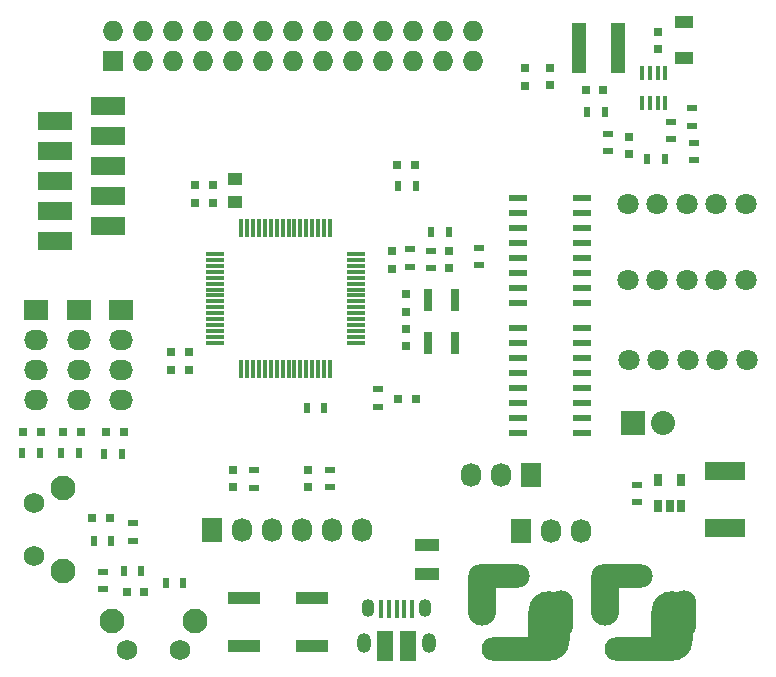
<source format=gts>
G04 #@! TF.FileFunction,Soldermask,Top*
%FSLAX46Y46*%
G04 Gerber Fmt 4.6, Leading zero omitted, Abs format (unit mm)*
G04 Created by KiCad (PCBNEW 4.0.2-stable) date 19.7.2016 11:18:11*
%MOMM*%
G01*
G04 APERTURE LIST*
%ADD10C,0.100000*%
%ADD11R,3.000000X1.500000*%
%ADD12R,0.800000X0.750000*%
%ADD13R,0.750000X0.800000*%
%ADD14R,0.797560X0.797560*%
%ADD15R,2.029460X1.140460*%
%ADD16R,1.180000X4.340000*%
%ADD17R,0.400000X1.650000*%
%ADD18O,1.100000X1.500000*%
%ADD19O,1.200000X1.700000*%
%ADD20R,1.425000X2.500000*%
%ADD21O,3.500000X5.900000*%
%ADD22O,2.400000X5.200000*%
%ADD23O,5.200000X2.000000*%
%ADD24O,6.500000X2.000000*%
%ADD25O,2.050000X4.000000*%
%ADD26R,1.727200X2.032000*%
%ADD27O,1.727200X2.032000*%
%ADD28R,1.727200X1.727200*%
%ADD29O,1.727200X1.727200*%
%ADD30R,2.032000X1.727200*%
%ADD31O,2.032000X1.727200*%
%ADD32R,2.032000X2.032000*%
%ADD33O,2.032000X2.032000*%
%ADD34C,1.800000*%
%ADD35R,0.900000X0.500000*%
%ADD36R,0.500000X0.900000*%
%ADD37R,3.500000X1.600000*%
%ADD38R,1.500000X0.300000*%
%ADD39R,0.300000X1.500000*%
%ADD40R,0.650000X1.060000*%
%ADD41R,0.300000X1.200000*%
%ADD42R,1.550000X0.600000*%
%ADD43R,0.800000X1.900000*%
%ADD44C,2.100000*%
%ADD45C,1.750000*%
%ADD46R,2.800000X1.000000*%
%ADD47R,1.600000X1.000000*%
%ADD48R,1.250000X1.000000*%
G04 APERTURE END LIST*
D10*
D11*
X9987000Y46572500D03*
X9987000Y44032500D03*
X9987000Y41492500D03*
X9987000Y38952500D03*
X5487000Y47842500D03*
X5487000Y45302500D03*
X5487000Y42762500D03*
X5487000Y40222500D03*
X9987000Y49112500D03*
X5487000Y37682500D03*
D12*
X34582000Y24347500D03*
X36082000Y24347500D03*
D13*
X15303500Y26809000D03*
X15303500Y28309000D03*
D12*
X17385600Y40932100D03*
X18885600Y40932100D03*
D13*
X16827500Y26809000D03*
X16827500Y28309000D03*
D12*
X17385600Y42456100D03*
X18885600Y42456100D03*
D13*
X38888000Y36908500D03*
X38888000Y35408500D03*
X34062000Y35345000D03*
X34062000Y36845000D03*
X35205000Y30304500D03*
X35205000Y28804500D03*
X35205000Y31725500D03*
X35205000Y33225500D03*
D12*
X13095000Y8028000D03*
X11595000Y8028000D03*
X8674000Y14251000D03*
X10174000Y14251000D03*
D13*
X56604500Y53937800D03*
X56604500Y55437800D03*
X54128000Y46560500D03*
X54128000Y45060500D03*
D12*
X9880500Y21553500D03*
X11380500Y21553500D03*
X51957000Y50509500D03*
X50457000Y50509500D03*
X6197500Y21553500D03*
X7697500Y21553500D03*
D13*
X45291340Y52366940D03*
X45291340Y50866940D03*
X47424940Y52397420D03*
X47424940Y50897420D03*
D12*
X2832000Y21553500D03*
X4332000Y21553500D03*
D14*
X26950000Y16867200D03*
X26950000Y18365800D03*
X20572060Y16869740D03*
X20572060Y18368340D03*
D15*
X36983000Y9554540D03*
X36983000Y11962460D03*
D16*
X53195820Y54045180D03*
X49885820Y54045180D03*
D17*
X33143000Y6543500D03*
X33793000Y6543500D03*
X34442100Y6543500D03*
X35093000Y6543500D03*
X35743000Y6543500D03*
D18*
X32018000Y6668500D03*
X36868000Y6668500D03*
D19*
X31718000Y3668500D03*
X37168000Y3668500D03*
D20*
X33480500Y3418500D03*
X35405500Y3418500D03*
D21*
X47382000Y5146500D03*
D22*
X41682000Y7786500D03*
D23*
X43082000Y9386500D03*
D24*
X44882000Y3186500D03*
D25*
X48332000Y6136500D03*
D21*
X57796000Y5146500D03*
D22*
X52096000Y7786500D03*
D23*
X53496000Y9386500D03*
D24*
X55296000Y3186500D03*
D25*
X58746000Y6136500D03*
D26*
X44961140Y13128320D03*
D27*
X47501140Y13128320D03*
X50041140Y13128320D03*
D26*
X18822000Y13235000D03*
D27*
X21362000Y13235000D03*
X23902000Y13235000D03*
X26442000Y13235000D03*
X28982000Y13235000D03*
X31522000Y13235000D03*
D28*
X10440000Y52922500D03*
D29*
X10440000Y55462500D03*
X12980000Y52922500D03*
X12980000Y55462500D03*
X15520000Y52922500D03*
X15520000Y55462500D03*
X18060000Y52922500D03*
X18060000Y55462500D03*
X20600000Y52922500D03*
X20600000Y55462500D03*
X23140000Y52922500D03*
X23140000Y55462500D03*
X25680000Y52922500D03*
X25680000Y55462500D03*
X28220000Y52922500D03*
X28220000Y55462500D03*
X30760000Y52922500D03*
X30760000Y55462500D03*
X33300000Y52922500D03*
X33300000Y55462500D03*
X35840000Y52922500D03*
X35840000Y55462500D03*
X38380000Y52922500D03*
X38380000Y55462500D03*
X40920000Y52922500D03*
X40920000Y55462500D03*
D26*
X45783500Y17907000D03*
D27*
X43243500Y17907000D03*
X40703500Y17907000D03*
D30*
X11138500Y31840500D03*
D31*
X11138500Y29300500D03*
X11138500Y26760500D03*
X11138500Y24220500D03*
D30*
X7519000Y31840500D03*
D31*
X7519000Y29300500D03*
X7519000Y26760500D03*
X7519000Y24220500D03*
D32*
X54483600Y22340900D03*
D33*
X57023600Y22340900D03*
D34*
X54102600Y27649500D03*
X56602600Y27649500D03*
X59102600Y27649500D03*
X61602600Y27649500D03*
X64102600Y27649500D03*
X54001000Y34380500D03*
X56501000Y34380500D03*
X59001000Y34380500D03*
X61501000Y34380500D03*
X64001000Y34380500D03*
X54001000Y40857500D03*
X56501000Y40857500D03*
X59001000Y40857500D03*
X61501000Y40857500D03*
X64001000Y40857500D03*
D30*
X3899500Y31840500D03*
D31*
X3899500Y29300500D03*
X3899500Y26760500D03*
X3899500Y24220500D03*
D35*
X41428000Y35662500D03*
X41428000Y37162500D03*
X32829500Y25197500D03*
X32829500Y23697500D03*
D36*
X38876000Y38444500D03*
X37376000Y38444500D03*
D35*
X37364000Y35408500D03*
X37364000Y36908500D03*
D36*
X28335000Y23585500D03*
X26835000Y23585500D03*
D35*
X35586000Y37035500D03*
X35586000Y35535500D03*
D36*
X14897000Y8790000D03*
X16397000Y8790000D03*
D35*
X28791500Y18366500D03*
X28791500Y16866500D03*
X22403400Y16846180D03*
X22403400Y18346180D03*
D36*
X11341000Y9806000D03*
X12841000Y9806000D03*
X10301000Y12346000D03*
X8801000Y12346000D03*
D35*
X9614500Y9730500D03*
X9614500Y8230500D03*
X12154500Y12358000D03*
X12154500Y13858000D03*
X52350000Y45314500D03*
X52350000Y46814500D03*
D36*
X57164000Y44667500D03*
X55664000Y44667500D03*
X11190000Y19712000D03*
X9690000Y19712000D03*
X50584000Y48604500D03*
X52084000Y48604500D03*
D35*
X57684000Y46330500D03*
X57684000Y47830500D03*
X59462000Y47473500D03*
X59462000Y48973500D03*
X59589000Y44552500D03*
X59589000Y46052500D03*
D36*
X7570500Y19775500D03*
X6070500Y19775500D03*
X4268500Y19775500D03*
X2768500Y19775500D03*
D35*
X54763000Y15596500D03*
X54763000Y17096500D03*
D37*
X62256000Y18276900D03*
X62256000Y13400100D03*
D38*
X30995000Y29106500D03*
X30995000Y29606500D03*
X30995000Y30106500D03*
X30995000Y30606500D03*
X30995000Y31106500D03*
X30995000Y31606500D03*
X30995000Y32106500D03*
X30995000Y32606500D03*
X30995000Y33106500D03*
X30995000Y33606500D03*
X30995000Y34106500D03*
X30995000Y34606500D03*
X30995000Y35106500D03*
X30995000Y35606500D03*
X30995000Y36106500D03*
X30995000Y36606500D03*
D39*
X28795000Y38806500D03*
X28295000Y38806500D03*
X27795000Y38806500D03*
X27295000Y38806500D03*
X26795000Y38806500D03*
X26295000Y38806500D03*
X25795000Y38806500D03*
X25295000Y38806500D03*
X24795000Y38806500D03*
X24295000Y38806500D03*
X23795000Y38806500D03*
X23295000Y38806500D03*
X22795000Y38806500D03*
X22295000Y38806500D03*
X21795000Y38806500D03*
X21295000Y38806500D03*
D38*
X19095000Y36606500D03*
X19095000Y36106500D03*
X19095000Y35606500D03*
X19095000Y35106500D03*
X19095000Y34606500D03*
X19095000Y34106500D03*
X19095000Y33606500D03*
X19095000Y33106500D03*
X19095000Y32606500D03*
X19095000Y32106500D03*
X19095000Y31606500D03*
X19095000Y31106500D03*
X19095000Y30606500D03*
X19095000Y30106500D03*
X19095000Y29606500D03*
X19095000Y29106500D03*
D39*
X21295000Y26906500D03*
X21795000Y26906500D03*
X22295000Y26906500D03*
X22795000Y26906500D03*
X23295000Y26906500D03*
X23795000Y26906500D03*
X24295000Y26906500D03*
X24795000Y26906500D03*
X25295000Y26906500D03*
X25795000Y26906500D03*
X26295000Y26906500D03*
X26795000Y26906500D03*
X27295000Y26906500D03*
X27795000Y26906500D03*
X28295000Y26906500D03*
X28795000Y26906500D03*
D40*
X56607000Y15246500D03*
X57557000Y15246500D03*
X58507000Y15246500D03*
X58507000Y17446500D03*
X56607000Y17446500D03*
D41*
X57198860Y51972540D03*
X56548860Y51972540D03*
X55898860Y51972540D03*
X55248860Y51972540D03*
X55248860Y49372540D03*
X55898860Y49372540D03*
X56548860Y49372540D03*
X57198860Y49372540D03*
D42*
X44730000Y30316500D03*
X44730000Y29046500D03*
X44730000Y27776500D03*
X44730000Y26506500D03*
X44730000Y25236500D03*
X44730000Y23966500D03*
X44730000Y22696500D03*
X44730000Y21426500D03*
X50130000Y21426500D03*
X50130000Y22696500D03*
X50130000Y23966500D03*
X50130000Y25236500D03*
X50130000Y26506500D03*
X50130000Y27776500D03*
X50130000Y29046500D03*
X50130000Y30316500D03*
X44730000Y41365500D03*
X44730000Y40095500D03*
X44730000Y38825500D03*
X44730000Y37555500D03*
X44730000Y36285500D03*
X44730000Y35015500D03*
X44730000Y33745500D03*
X44730000Y32475500D03*
X50130000Y32475500D03*
X50130000Y33745500D03*
X50130000Y35015500D03*
X50130000Y36285500D03*
X50130000Y37555500D03*
X50130000Y38825500D03*
X50130000Y40095500D03*
X50130000Y41365500D03*
D43*
X39396000Y29046500D03*
X39396000Y32746500D03*
X37096000Y32746500D03*
X37096000Y29046500D03*
D44*
X10331500Y5565000D03*
D45*
X11591500Y3075000D03*
X16091500Y3075000D03*
D44*
X17341500Y5565000D03*
X6199000Y16772500D03*
D45*
X3709000Y15512500D03*
X3709000Y11012500D03*
D44*
X6199000Y9762500D03*
D46*
X27289000Y3456500D03*
X21489000Y3456500D03*
X27289000Y7456500D03*
X21489000Y7456500D03*
D47*
X58737500Y53237000D03*
X58737500Y56237000D03*
D14*
X34505900Y44132500D03*
X36004500Y44132500D03*
D36*
X34556000Y42405300D03*
X36056000Y42405300D03*
D48*
X20726400Y40998900D03*
X20726400Y42998900D03*
M02*

</source>
